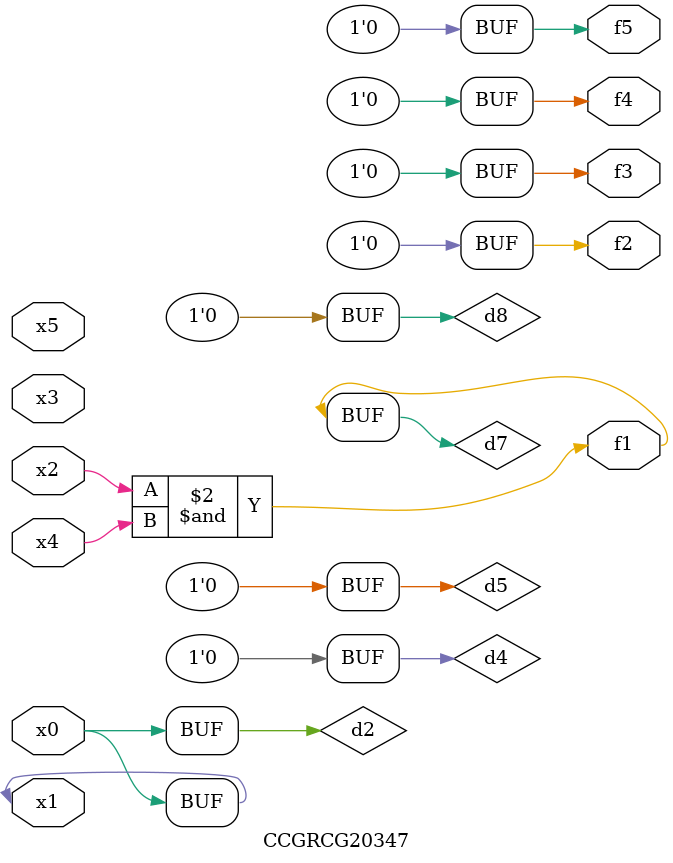
<source format=v>
module CCGRCG20347(
	input x0, x1, x2, x3, x4, x5,
	output f1, f2, f3, f4, f5
);

	wire d1, d2, d3, d4, d5, d6, d7, d8, d9;

	nand (d1, x1);
	buf (d2, x0, x1);
	nand (d3, x2, x4);
	and (d4, d1, d2);
	and (d5, d1, d2);
	nand (d6, d1, d3);
	not (d7, d3);
	xor (d8, d5);
	nor (d9, d5, d6);
	assign f1 = d7;
	assign f2 = d8;
	assign f3 = d8;
	assign f4 = d8;
	assign f5 = d8;
endmodule

</source>
